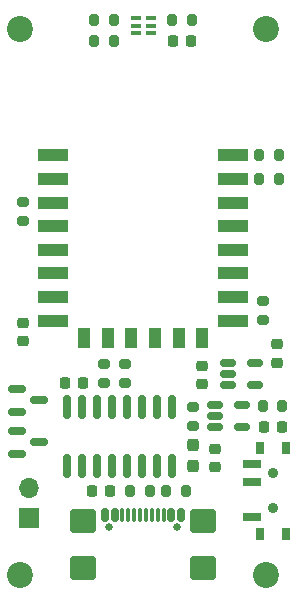
<source format=gts>
%TF.GenerationSoftware,KiCad,Pcbnew,8.0.8*%
%TF.CreationDate,2025-01-23T20:15:16-05:00*%
%TF.ProjectId,compact_sqm,636f6d70-6163-4745-9f73-716d2e6b6963,rev?*%
%TF.SameCoordinates,Original*%
%TF.FileFunction,Soldermask,Top*%
%TF.FilePolarity,Negative*%
%FSLAX46Y46*%
G04 Gerber Fmt 4.6, Leading zero omitted, Abs format (unit mm)*
G04 Created by KiCad (PCBNEW 8.0.8) date 2025-01-23 20:15:16*
%MOMM*%
%LPD*%
G01*
G04 APERTURE LIST*
G04 Aperture macros list*
%AMRoundRect*
0 Rectangle with rounded corners*
0 $1 Rounding radius*
0 $2 $3 $4 $5 $6 $7 $8 $9 X,Y pos of 4 corners*
0 Add a 4 corners polygon primitive as box body*
4,1,4,$2,$3,$4,$5,$6,$7,$8,$9,$2,$3,0*
0 Add four circle primitives for the rounded corners*
1,1,$1+$1,$2,$3*
1,1,$1+$1,$4,$5*
1,1,$1+$1,$6,$7*
1,1,$1+$1,$8,$9*
0 Add four rect primitives between the rounded corners*
20,1,$1+$1,$2,$3,$4,$5,0*
20,1,$1+$1,$4,$5,$6,$7,0*
20,1,$1+$1,$6,$7,$8,$9,0*
20,1,$1+$1,$8,$9,$2,$3,0*%
G04 Aperture macros list end*
%ADD10RoundRect,0.200000X-0.200000X-0.275000X0.200000X-0.275000X0.200000X0.275000X-0.200000X0.275000X0*%
%ADD11RoundRect,0.225000X-0.225000X-0.250000X0.225000X-0.250000X0.225000X0.250000X-0.225000X0.250000X0*%
%ADD12RoundRect,0.150000X-0.587500X-0.150000X0.587500X-0.150000X0.587500X0.150000X-0.587500X0.150000X0*%
%ADD13RoundRect,0.200000X0.275000X-0.200000X0.275000X0.200000X-0.275000X0.200000X-0.275000X-0.200000X0*%
%ADD14R,2.500000X1.000000*%
%ADD15R,1.000000X1.800000*%
%ADD16RoundRect,0.100000X-0.337500X-0.100000X0.337500X-0.100000X0.337500X0.100000X-0.337500X0.100000X0*%
%ADD17RoundRect,0.200000X0.200000X0.275000X-0.200000X0.275000X-0.200000X-0.275000X0.200000X-0.275000X0*%
%ADD18RoundRect,0.225000X-0.250000X0.225000X-0.250000X-0.225000X0.250000X-0.225000X0.250000X0.225000X0*%
%ADD19RoundRect,0.237500X-0.237500X0.287500X-0.237500X-0.287500X0.237500X-0.287500X0.237500X0.287500X0*%
%ADD20RoundRect,0.225000X0.225000X0.250000X-0.225000X0.250000X-0.225000X-0.250000X0.225000X-0.250000X0*%
%ADD21RoundRect,0.225000X0.250000X-0.225000X0.250000X0.225000X-0.250000X0.225000X-0.250000X-0.225000X0*%
%ADD22C,2.200000*%
%ADD23RoundRect,0.150000X-0.512500X-0.150000X0.512500X-0.150000X0.512500X0.150000X-0.512500X0.150000X0*%
%ADD24C,0.650000*%
%ADD25RoundRect,0.150000X-0.150000X-0.425000X0.150000X-0.425000X0.150000X0.425000X-0.150000X0.425000X0*%
%ADD26RoundRect,0.075000X-0.075000X-0.500000X0.075000X-0.500000X0.075000X0.500000X-0.075000X0.500000X0*%
%ADD27RoundRect,0.250000X-0.840000X-0.750000X0.840000X-0.750000X0.840000X0.750000X-0.840000X0.750000X0*%
%ADD28RoundRect,0.150000X0.150000X-0.825000X0.150000X0.825000X-0.150000X0.825000X-0.150000X-0.825000X0*%
%ADD29RoundRect,0.200000X-0.275000X0.200000X-0.275000X-0.200000X0.275000X-0.200000X0.275000X0.200000X0*%
%ADD30R,0.800000X1.000000*%
%ADD31C,0.900000*%
%ADD32R,1.500000X0.700000*%
%ADD33R,1.700000X1.700000*%
%ADD34O,1.700000X1.700000*%
G04 APERTURE END LIST*
D10*
%TO.C,R9*%
X142177000Y-77724000D03*
X143827000Y-77724000D03*
%TD*%
D11*
%TO.C,C3*%
X142227000Y-79502000D03*
X143777000Y-79502000D03*
%TD*%
D12*
%TO.C,Q2*%
X128983500Y-112562600D03*
X128983500Y-114462600D03*
X130858500Y-113512600D03*
%TD*%
D13*
%TO.C,R13*%
X129540000Y-94805000D03*
X129540000Y-93155000D03*
%TD*%
D14*
%TO.C,U3*%
X132100000Y-89210000D03*
X132100000Y-91210000D03*
X132100000Y-93210000D03*
X132100000Y-95210000D03*
X132100000Y-97210000D03*
X132100000Y-99210000D03*
X132100000Y-101210000D03*
X132100000Y-103210000D03*
D15*
X134700000Y-104710000D03*
X136700000Y-104710000D03*
X138700000Y-104710000D03*
X140700000Y-104710000D03*
X142700000Y-104710000D03*
X144700000Y-104710000D03*
D14*
X147300000Y-103210000D03*
X147300000Y-101210000D03*
X147300000Y-99210000D03*
X147300000Y-97210000D03*
X147300000Y-95210000D03*
X147300000Y-93210000D03*
X147300000Y-91210000D03*
X147300000Y-89210000D03*
%TD*%
D13*
%TO.C,R5*%
X138176000Y-108521000D03*
X138176000Y-106871000D03*
%TD*%
D16*
%TO.C,U1*%
X139062500Y-77582000D03*
X139062500Y-78232000D03*
X139062500Y-78882000D03*
X140337500Y-78882000D03*
X140337500Y-78232000D03*
X140337500Y-77582000D03*
%TD*%
D17*
%TO.C,R11*%
X137223000Y-79502000D03*
X135573000Y-79502000D03*
%TD*%
D18*
%TO.C,C4*%
X145796000Y-114033000D03*
X145796000Y-115583000D03*
%TD*%
D12*
%TO.C,Q1*%
X128983500Y-109006600D03*
X128983500Y-110906600D03*
X130858500Y-109956600D03*
%TD*%
D13*
%TO.C,R6*%
X136398000Y-108521000D03*
X136398000Y-106871000D03*
%TD*%
D19*
%TO.C,D1*%
X143916400Y-113755200D03*
X143916400Y-115505200D03*
%TD*%
D11*
%TO.C,C1*%
X149923200Y-112217200D03*
X151473200Y-112217200D03*
%TD*%
D20*
%TO.C,C8*%
X136919000Y-117602000D03*
X135369000Y-117602000D03*
%TD*%
D21*
%TO.C,C6*%
X144729200Y-108598000D03*
X144729200Y-107048000D03*
%TD*%
D10*
%TO.C,R2*%
X141669000Y-117602000D03*
X143319000Y-117602000D03*
%TD*%
D22*
%TO.C,H3*%
X150114000Y-124714000D03*
%TD*%
D23*
%TO.C,U2*%
X145776100Y-110338700D03*
X145776100Y-111288700D03*
X145776100Y-112238700D03*
X148051100Y-112238700D03*
X148051100Y-110338700D03*
%TD*%
D10*
%TO.C,R1*%
X138621000Y-117602000D03*
X140271000Y-117602000D03*
%TD*%
D11*
%TO.C,C7*%
X133083000Y-108458000D03*
X134633000Y-108458000D03*
%TD*%
D17*
%TO.C,R3*%
X151193000Y-91186000D03*
X149543000Y-91186000D03*
%TD*%
D21*
%TO.C,C5*%
X151079200Y-106769200D03*
X151079200Y-105219200D03*
%TD*%
D24*
%TO.C,J1*%
X136810000Y-120712000D03*
X142590000Y-120712000D03*
D25*
X136500000Y-119637000D03*
X137300000Y-119637000D03*
D26*
X138450000Y-119637000D03*
X139450000Y-119637000D03*
X139950000Y-119637000D03*
X140950000Y-119637000D03*
D25*
X142100000Y-119637000D03*
X142900000Y-119637000D03*
X142900000Y-119637000D03*
X142100000Y-119637000D03*
D26*
X141450000Y-119637000D03*
X140450000Y-119637000D03*
X138950000Y-119637000D03*
X137950000Y-119637000D03*
D25*
X137300000Y-119637000D03*
X136500000Y-119637000D03*
D27*
X134590000Y-120212000D03*
X134590000Y-124142000D03*
X144810000Y-120212000D03*
X144810000Y-124142000D03*
%TD*%
D17*
%TO.C,R4*%
X151193000Y-89154000D03*
X149543000Y-89154000D03*
%TD*%
D28*
%TO.C,U4*%
X133231800Y-115505000D03*
X134501800Y-115505000D03*
X135771800Y-115505000D03*
X137041800Y-115505000D03*
X138311800Y-115505000D03*
X139581800Y-115505000D03*
X140851800Y-115505000D03*
X142121800Y-115505000D03*
X142121800Y-110555000D03*
X140851800Y-110555000D03*
X139581800Y-110555000D03*
X138311800Y-110555000D03*
X137041800Y-110555000D03*
X135771800Y-110555000D03*
X134501800Y-110555000D03*
X133231800Y-110555000D03*
%TD*%
D13*
%TO.C,R8*%
X143916400Y-112153200D03*
X143916400Y-110503200D03*
%TD*%
D29*
%TO.C,R12*%
X149860000Y-101537000D03*
X149860000Y-103187000D03*
%TD*%
D22*
%TO.C,H2*%
X150114000Y-78486000D03*
%TD*%
D18*
%TO.C,C2*%
X129540000Y-103365000D03*
X129540000Y-104915000D03*
%TD*%
D30*
%TO.C,SW1*%
X149588000Y-121252000D03*
X151798000Y-121252000D03*
D31*
X150698000Y-119102000D03*
X150698000Y-116102000D03*
D30*
X149588000Y-113952000D03*
X151798000Y-113952000D03*
D32*
X148938000Y-119852000D03*
X148938000Y-116852000D03*
X148938000Y-115352000D03*
%TD*%
D22*
%TO.C,H1*%
X129286000Y-78486000D03*
%TD*%
D17*
%TO.C,R7*%
X151497800Y-110413800D03*
X149847800Y-110413800D03*
%TD*%
D23*
%TO.C,U5*%
X146919100Y-106796800D03*
X146919100Y-107746800D03*
X146919100Y-108696800D03*
X149194100Y-108696800D03*
X149194100Y-106796800D03*
%TD*%
D17*
%TO.C,R10*%
X137223000Y-77724000D03*
X135573000Y-77724000D03*
%TD*%
D33*
%TO.C,BT1*%
X130048000Y-119893000D03*
D34*
X130048000Y-117353000D03*
%TD*%
D22*
%TO.C,H4*%
X129286000Y-124714000D03*
%TD*%
M02*

</source>
